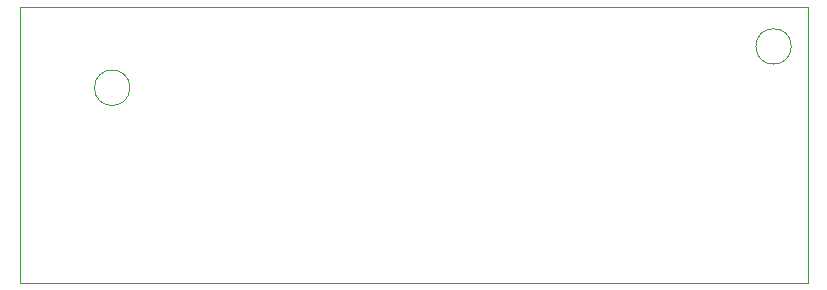
<source format=gbr>
%TF.GenerationSoftware,KiCad,Pcbnew,8.0.5*%
%TF.CreationDate,2024-10-09T02:46:16+09:00*%
%TF.ProjectId,LT,4c542e6b-6963-4616-945f-706362585858,rev?*%
%TF.SameCoordinates,Original*%
%TF.FileFunction,Profile,NP*%
%FSLAX46Y46*%
G04 Gerber Fmt 4.6, Leading zero omitted, Abs format (unit mm)*
G04 Created by KiCad (PCBNEW 8.0.5) date 2024-10-09 02:46:16*
%MOMM*%
%LPD*%
G01*
G04 APERTURE LIST*
%TA.AperFunction,Profile*%
%ADD10C,0.050000*%
%TD*%
G04 APERTURE END LIST*
D10*
X22000000Y-19500000D02*
G75*
G02*
X19000000Y-19500000I-1500000J0D01*
G01*
X19000000Y-19500000D02*
G75*
G02*
X22000000Y-19500000I1500000J0D01*
G01*
X78000000Y-16000000D02*
G75*
G02*
X75000000Y-16000000I-1500000J0D01*
G01*
X75000000Y-16000000D02*
G75*
G02*
X78000000Y-16000000I1500000J0D01*
G01*
X12700000Y-12700000D02*
X79375000Y-12700000D01*
X79375000Y-36015000D01*
X12700000Y-36015000D01*
X12700000Y-12700000D01*
M02*

</source>
